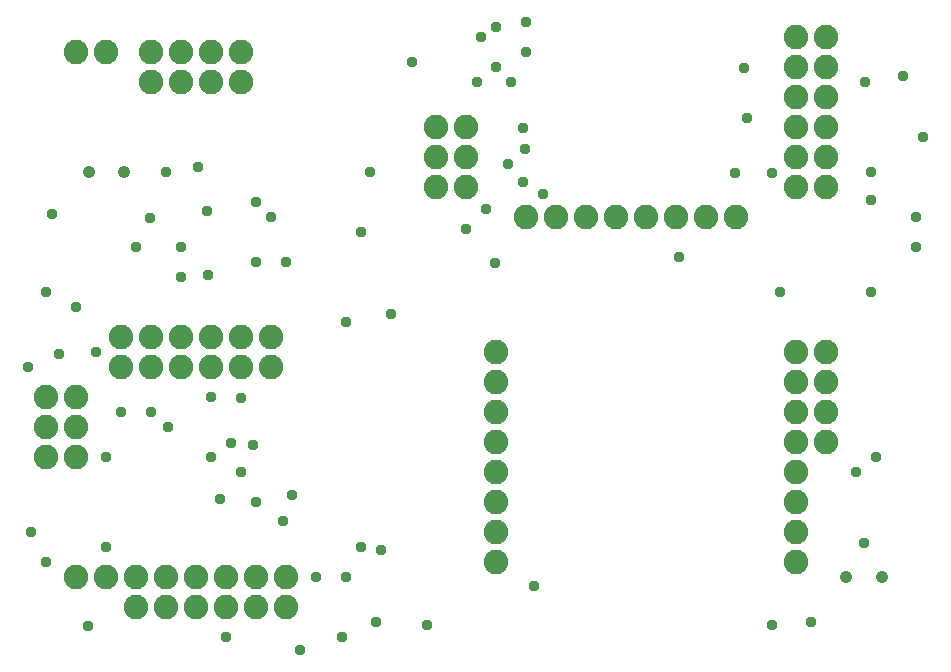
<source format=gbr>
G04 EAGLE Gerber RS-274X export*
G75*
%MOMM*%
%FSLAX34Y34*%
%LPD*%
%INSoldermask Bottom*%
%IPPOS*%
%AMOC8*
5,1,8,0,0,1.08239X$1,22.5*%
G01*
%ADD10C,2.082800*%
%ADD11C,1.053200*%
%ADD12C,0.959600*%


D10*
X622300Y381000D03*
X596900Y381000D03*
X571500Y381000D03*
X546100Y381000D03*
X63500Y76200D03*
X88900Y76200D03*
X114300Y76200D03*
X139700Y76200D03*
X165100Y76200D03*
X190500Y76200D03*
X215900Y76200D03*
X241300Y76200D03*
X101600Y279400D03*
X127000Y279400D03*
X152400Y279400D03*
X177800Y279400D03*
X203200Y279400D03*
X228600Y279400D03*
X101600Y254000D03*
X127000Y254000D03*
X152400Y254000D03*
X177800Y254000D03*
X203200Y254000D03*
X228600Y254000D03*
X673100Y266700D03*
X673100Y241300D03*
X673100Y215900D03*
X673100Y190500D03*
X673100Y165100D03*
X673100Y139700D03*
X673100Y114300D03*
X673100Y88900D03*
X419100Y88900D03*
X419100Y114300D03*
X419100Y139700D03*
X419100Y165100D03*
X419100Y190500D03*
X419100Y215900D03*
X419100Y241300D03*
X419100Y266700D03*
X698500Y190500D03*
X698500Y215900D03*
X698500Y241300D03*
X698500Y266700D03*
X520700Y381000D03*
X495300Y381000D03*
X469900Y381000D03*
X444500Y381000D03*
X63500Y520700D03*
X88900Y520700D03*
X127000Y495300D03*
X127000Y520700D03*
X152400Y495300D03*
X152400Y520700D03*
X177800Y495300D03*
X177800Y520700D03*
X203200Y495300D03*
X203200Y520700D03*
X673100Y457200D03*
X698500Y457200D03*
X673100Y431800D03*
X698500Y431800D03*
X673100Y406400D03*
X698500Y406400D03*
X698500Y482600D03*
X673100Y482600D03*
X698500Y508000D03*
X673100Y508000D03*
X698500Y533400D03*
X673100Y533400D03*
X368300Y457200D03*
X393700Y457200D03*
X368300Y431800D03*
X393700Y431800D03*
X368300Y406400D03*
X393700Y406400D03*
X63500Y177800D03*
X38100Y177800D03*
X63500Y203200D03*
X38100Y203200D03*
X63500Y228600D03*
X38100Y228600D03*
X114300Y50800D03*
X139700Y50800D03*
X165100Y50800D03*
X190500Y50800D03*
X215900Y50800D03*
X241300Y50800D03*
D11*
X103900Y419100D03*
X73900Y419100D03*
X745250Y76200D03*
X715250Y76200D03*
D12*
X628650Y506730D03*
X441960Y455930D03*
X406400Y533400D03*
X441960Y410210D03*
X621030Y417830D03*
X152400Y330200D03*
X173990Y386080D03*
X685800Y38100D03*
X266700Y76200D03*
X410210Y387350D03*
X402590Y495300D03*
X304800Y368300D03*
X659130Y317500D03*
X574040Y346710D03*
X736600Y317500D03*
X736600Y394970D03*
X780318Y448310D03*
X774700Y355600D03*
X774700Y381000D03*
X763270Y500380D03*
X419100Y541558D03*
X312420Y419100D03*
X419100Y508000D03*
X347980Y511810D03*
X731520Y495300D03*
X125730Y379730D03*
X166370Y422910D03*
X360680Y35560D03*
X652780Y35560D03*
X241300Y342900D03*
X228600Y381000D03*
X175260Y331470D03*
X43152Y383540D03*
X114300Y355600D03*
X139700Y419100D03*
X215900Y342900D03*
X215900Y393700D03*
X444500Y520860D03*
X443230Y438150D03*
X431800Y495300D03*
X429260Y425450D03*
X444500Y546100D03*
X63500Y304800D03*
X417830Y341630D03*
X458470Y400050D03*
X652780Y417830D03*
X393700Y370840D03*
X38100Y317500D03*
X152400Y355600D03*
X736600Y419100D03*
X631190Y464820D03*
X317500Y38100D03*
X22860Y254000D03*
X25400Y114300D03*
X288290Y25372D03*
X304800Y101600D03*
X292100Y292100D03*
X185420Y142240D03*
X88900Y101600D03*
X88900Y177800D03*
X101600Y215900D03*
X203200Y165100D03*
X80010Y266700D03*
X48768Y264668D03*
X252730Y13942D03*
X73660Y34290D03*
X38100Y88900D03*
X140970Y203200D03*
X127000Y215900D03*
X292100Y76200D03*
X190500Y25400D03*
X177800Y177800D03*
X215900Y139700D03*
X321310Y99060D03*
X330200Y298450D03*
X238760Y123190D03*
X245884Y145100D03*
X213360Y187960D03*
X194310Y189230D03*
X203200Y227330D03*
X177800Y228600D03*
X450850Y68580D03*
X730250Y104450D03*
X740410Y177800D03*
X723900Y165100D03*
M02*

</source>
